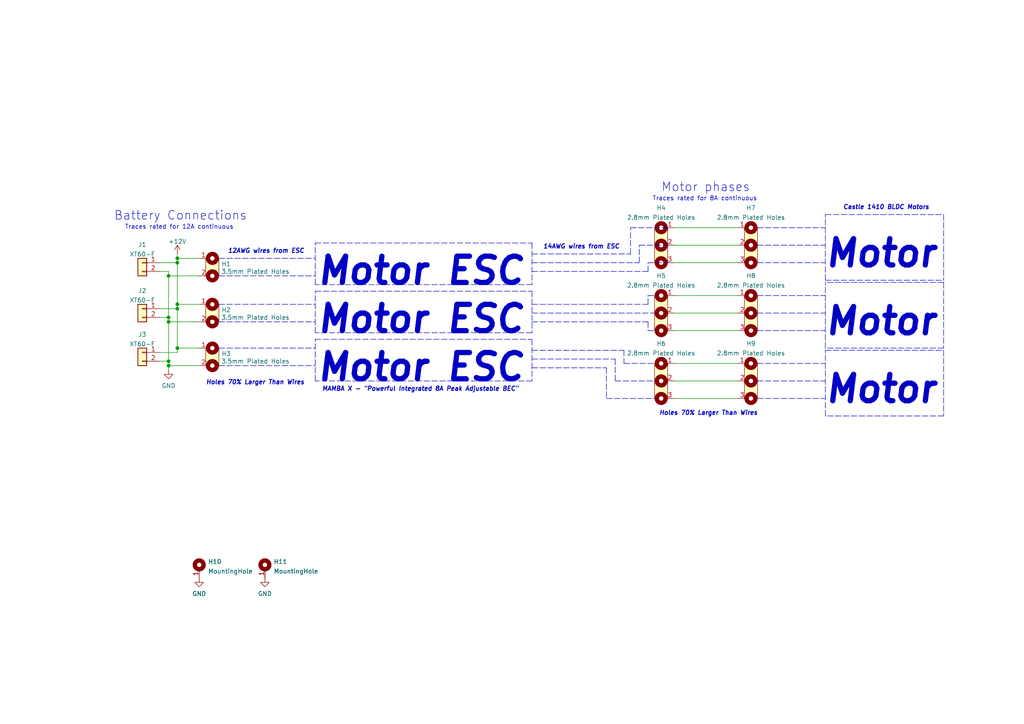
<source format=kicad_sch>
(kicad_sch (version 20211123) (generator eeschema)
  (paper "A4")
  (title_block (title "Krankenwagen ESC & Motor PCB") (date "2022-10-02") (rev "v0.0.1") (company "Missouri S&T Combot Robotics Team - Thomas Francois") (comment 1 "This reduces the points of failure by eliminating connectors that could come loose") (comment 2 "Schematic of PCB that replaces wires and bullet connectors with solderable holes") (comment 3 "The motors and their ESC's can be mounted directly to this board"))
  (lib_symbols
    (symbol "Connector_Generic:Conn_01x02" (pin_names (offset 1.016) hide)
      (property "Reference" "J" (at 0 2.54 0))
      (property "Value" "Conn_01x02" (at 0 -5.08 0))
      (symbol "Conn_01x02_1_1"
        (rectangle (start -1.27 -2.413) (end 0 -2.667) (stroke (width 0.1524)))
        (rectangle (start -1.27 0.127) (end 0 -0.127) (stroke (width 0.1524)))
        (rectangle (start -1.27 1.27) (end 1.27 -3.81) (stroke (width 0.254)) (fill (type background)))
        (pin passive line (at -5.08 0 0) (length 3.81) (name "Pin_1") (number "1"))
        (pin passive line (at -5.08 -2.54 0) (length 3.81) (name "Pin_2") (number "2"))
      )
    )
    (symbol "Mechanical:MountingHole" (pin_names (offset 1.016))
      (property "Reference" "H?" (at 2.54 0.9085 0))
      (property "Value" "MountingHole" (at 2.54 -1.8666 0))
      (symbol "MountingHole_0_1"
        (circle (center 0 0) (radius 1.27) (stroke (width 1.27)))
      )
      (symbol "MountingHole_1_1"
        (pin input line (at 0 -3.81 90) (length 2.54) (name "") (number "1"))
      )
    )
    (symbol "MountingHole_2" (pin_names (offset 1.016))
      (property "Reference" "H?" (at 2.54 0.9085 0))
      (property "Value" "MountingHole" (at 2.54 -1.8666 0))
      (symbol "MountingHole_2_0_1"
        (circle (center 0 -10.16) (radius 1.27) (stroke (width 1.27)))
        (circle (center 0 -5.08) (radius 1.27) (stroke (width 1.27)))
        (polyline (pts (xy -1.905 -5.08) (xy -1.905 -10.16) (xy 0 -8.89) (xy 1.905 -10.16) (xy 1.905 -5.08) (xy 0 -6.35) (xy -1.905 -5.08)) (stroke (width 0.1524)) (fill (type background)))
        (polyline (pts (xy 1.905 0) (xy 0 -1.27) (xy -1.905 0) (xy -1.905 -5.08) (xy 0 -3.81) (xy 1.905 -5.08) (xy 1.905 0)) (stroke (width 0.1524)) (fill (type background)))
        (circle (center 0 0) (radius 1.27) (stroke (width 1.27)))
      )
      (symbol "MountingHole_2_1_1"
        (pin input line (at -3.81 0 0) (length 2.54) (name "") (number "1"))
        (pin input line (at -3.81 -5.08 0) (length 2.54) (name "") (number "2"))
        (pin input line (at -3.81 -10.16 0) (length 2.54) (name "") (number "3"))
      )
    )
    (symbol "MountingHole_3" (pin_names (offset 1.016))
      (property "Reference" "H?" (at 0 5.7445 0))
      (property "Value" "MountingHole_3" (at 0 2.9694 0))
      (symbol "MountingHole_3_0_1"
        (circle (center 0 -5.08) (radius 1.27) (stroke (width 1.27)))
        (polyline (pts (xy 1.905 0) (xy 0 -1.27) (xy -1.905 0) (xy -1.905 -5.08) (xy 0 -3.81) (xy 1.905 -5.08) (xy 1.905 0)) (stroke (width 0.1524)) (fill (type background)))
        (circle (center 0 0) (radius 1.27) (stroke (width 1.27)))
      )
      (symbol "MountingHole_3_1_1"
        (pin input line (at -3.81 0 0) (length 2.54) (name "") (number "1"))
        (pin input line (at -3.81 -5.08 0) (length 2.54) (name "") (number "2"))
      )
    )
    (symbol "power:+12V" (power) (pin_names (offset 0))
      (property "Value" "+12V" (at 0 3.556 0))
      (symbol "+12V_0_1"
        (polyline (pts (xy -0.762 1.27) (xy 0 2.54)))
        (polyline (pts (xy 0 0) (xy 0 2.54)))
        (polyline (pts (xy 0 2.54) (xy 0.762 1.27)))
      )
      (symbol "+12V_1_1"
        (pin power_in line (at 0 0 90) (length 0) hide (name "+12V") (number "1"))
      )
    )
    (symbol "power:GND" (power) (pin_names (offset 0))
      (property "Value" "GND" (at 0 -3.81 0))
      (symbol "GND_0_1"
        (polyline (pts (xy 0 0) (xy 0 -1.27) (xy 1.27 -1.27) (xy 0 -2.54) (xy -1.27 -1.27) (xy 0 -1.27)))
      )
      (symbol "GND_1_1"
        (pin power_in line (at 0 0 270) (length 0) hide (name "GND") (number "1"))
      )
    )
  )
  (junction (at 48.895 104.775))
  (junction (at 48.895 93.345))
  (junction (at 48.895 106.045))
  (junction (at 48.895 92.075))
  (junction (at 51.435 100.965))
  (junction (at 51.435 76.2))
  (junction (at 51.435 74.93))
  (junction (at 51.435 88.265))
  (junction (at 51.435 89.535))
  (junction (at 48.895 80.01))
  (wire (pts (xy 46.355 102.235) (xy 51.435 102.235)))
  (polyline (pts (xy 219.71 115.57) (xy 239.395 115.57)))
  (wire (pts (xy 51.435 100.965) (xy 51.435 102.235)))
  (polyline (pts (xy 273.685 81.915) (xy 273.685 100.965)))
  (polyline (pts (xy 154.305 106.68) (xy 175.895 106.68)))
  (wire (pts (xy 51.435 74.93) (xy 57.785 74.93)))
  (polyline (pts (xy 154.305 88.265) (xy 187.96 88.265)))
  (wire (pts (xy 51.435 76.2) (xy 46.355 76.2)))
  (polyline (pts (xy 63.5 88.265) (xy 91.44 88.265)))
  (wire (pts (xy 195.58 110.49) (xy 213.995 110.49)))
  (wire (pts (xy 57.785 88.265) (xy 51.435 88.265)))
  (polyline (pts (xy 185.42 76.2) (xy 185.42 71.12)))
  (polyline (pts (xy 91.44 110.49) (xy 91.44 98.425)))
  (wire (pts (xy 48.895 106.045) (xy 48.895 104.775)))
  (polyline (pts (xy 63.5 80.01) (xy 91.44 80.01)))
  (polyline (pts (xy 154.305 90.805) (xy 189.865 90.805)))
  (polyline (pts (xy 187.96 78.74) (xy 187.96 76.2)))
  (polyline (pts (xy 63.5 106.045) (xy 91.44 106.045)))
  (polyline (pts (xy 187.96 85.725) (xy 189.865 85.725)))
  (polyline (pts (xy 219.71 66.04) (xy 239.395 66.04)))
  (wire (pts (xy 51.435 89.535) (xy 51.435 100.965)))
  (wire (pts (xy 48.895 80.01) (xy 48.895 78.74)))
  (wire (pts (xy 48.895 92.075) (xy 48.895 80.01)))
  (polyline (pts (xy 182.88 73.66) (xy 182.88 66.04)))
  (wire (pts (xy 48.895 78.74) (xy 46.355 78.74)))
  (polyline (pts (xy 154.305 78.74) (xy 187.96 78.74)))
  (wire (pts (xy 51.435 76.2) (xy 51.435 88.265)))
  (polyline (pts (xy 154.305 84.455) (xy 154.305 96.52)))
  (polyline (pts (xy 63.5 93.345) (xy 91.44 93.345)))
  (wire (pts (xy 48.895 93.345) (xy 57.785 93.345)))
  (polyline (pts (xy 63.5 74.93) (xy 91.44 74.93)))
  (wire (pts (xy 195.58 66.04) (xy 213.995 66.04)))
  (polyline (pts (xy 154.305 104.14) (xy 178.435 104.14)))
  (wire (pts (xy 51.435 88.265) (xy 51.435 89.535)))
  (polyline (pts (xy 154.305 96.52) (xy 91.44 96.52)))
  (polyline (pts (xy 239.395 100.965) (xy 239.395 81.915)))
  (wire (pts (xy 48.895 104.775) (xy 48.895 93.345)))
  (polyline (pts (xy 219.71 110.49) (xy 239.395 110.49)))
  (wire (pts (xy 57.785 100.965) (xy 51.435 100.965)))
  (wire (pts (xy 48.895 106.045) (xy 57.785 106.045)))
  (polyline (pts (xy 185.42 71.12) (xy 194.31 71.12)))
  (polyline (pts (xy 187.96 95.885) (xy 189.865 95.885)))
  (polyline (pts (xy 91.44 96.52) (xy 91.44 84.455)))
  (polyline (pts (xy 187.96 76.2) (xy 194.31 76.2)))
  (polyline (pts (xy 91.44 98.425) (xy 154.305 98.425)))
  (wire (pts (xy 48.895 93.345) (xy 48.895 92.075)))
  (polyline (pts (xy 178.435 104.14) (xy 178.435 110.49)))
  (wire (pts (xy 195.58 76.2) (xy 213.995 76.2)))
  (polyline (pts (xy 154.305 70.485) (xy 154.305 82.55)))
  (polyline (pts (xy 63.5 100.965) (xy 91.44 100.965)))
  (polyline (pts (xy 219.71 76.2) (xy 239.395 76.2)))
  (wire (pts (xy 48.895 80.01) (xy 57.785 80.01)))
  (polyline (pts (xy 154.305 73.66) (xy 182.88 73.66)))
  (polyline (pts (xy 178.435 110.49) (xy 189.865 110.49)))
  (polyline (pts (xy 273.685 120.65) (xy 239.395 120.65)))
  (polyline (pts (xy 154.305 98.425) (xy 154.305 110.49)))
  (wire (pts (xy 48.895 107.315) (xy 48.895 106.045)))
  (polyline (pts (xy 180.975 101.6) (xy 180.975 105.41)))
  (polyline (pts (xy 154.305 82.55) (xy 91.44 82.55)))
  (polyline (pts (xy 219.71 105.41) (xy 239.395 105.41)))
  (polyline (pts (xy 91.44 82.55) (xy 91.44 70.485)))
  (polyline (pts (xy 219.71 90.805) (xy 239.395 90.805)))
  (wire (pts (xy 195.58 85.725) (xy 213.995 85.725)))
  (wire (pts (xy 46.355 104.775) (xy 48.895 104.775)))
  (wire (pts (xy 195.58 90.805) (xy 213.995 90.805)))
  (polyline (pts (xy 219.71 71.12) (xy 239.395 71.12)))
  (polyline (pts (xy 273.685 101.6) (xy 273.685 120.65)))
  (wire (pts (xy 46.355 92.075) (xy 48.895 92.075)))
  (polyline (pts (xy 239.395 62.23) (xy 273.685 62.23)))
  (polyline (pts (xy 180.975 105.41) (xy 189.865 105.41)))
  (wire (pts (xy 51.435 74.93) (xy 51.435 76.2)))
  (wire (pts (xy 195.58 71.12) (xy 213.995 71.12)))
  (wire (pts (xy 195.58 115.57) (xy 213.995 115.57)))
  (polyline (pts (xy 154.305 110.49) (xy 91.44 110.49)))
  (polyline (pts (xy 182.88 66.04) (xy 194.31 66.04)))
  (wire (pts (xy 195.58 105.41) (xy 213.995 105.41)))
  (wire (pts (xy 46.355 89.535) (xy 51.435 89.535)))
  (polyline (pts (xy 175.895 106.68) (xy 175.895 115.57)))
  (polyline (pts (xy 154.305 101.6) (xy 180.975 101.6)))
  (polyline (pts (xy 154.305 76.2) (xy 185.42 76.2)))
  (polyline (pts (xy 175.895 115.57) (xy 189.865 115.57)))
  (polyline (pts (xy 239.395 81.28) (xy 239.395 62.23)))
  (polyline (pts (xy 91.44 70.485) (xy 154.305 70.485)))
  (polyline (pts (xy 239.395 120.65) (xy 239.395 101.6)))
  (polyline (pts (xy 273.685 62.23) (xy 273.685 81.28)))
  (polyline (pts (xy 187.96 88.265) (xy 187.96 85.725)))
  (polyline (pts (xy 273.685 81.915) (xy 239.395 81.915)))
  (polyline (pts (xy 187.96 93.345) (xy 187.96 95.885)))
  (polyline (pts (xy 219.71 85.725) (xy 239.395 85.725)))
  (polyline (pts (xy 154.305 93.345) (xy 187.96 93.345)))
  (wire (pts (xy 51.435 73.66) (xy 51.435 74.93)))
  (polyline (pts (xy 239.395 81.28) (xy 273.685 81.28)))
  (polyline (pts (xy 273.685 100.965) (xy 239.395 100.965)))
  (wire (pts (xy 195.58 95.885) (xy 213.995 95.885)))
  (polyline (pts (xy 91.44 84.455) (xy 154.305 84.455)))
  (polyline (pts (xy 239.395 101.6) (xy 273.685 101.6)))
  (polyline (pts (xy 219.71 95.885) (xy 239.395 95.885)))
  (text "Battery Connections" (at 33.02 64.135 0) (effects (font (size 2.54 2.54)) (justify left bottom)))
  (text "Castle 1410 BLDC Motors" (at 244.475 60.96 0) (effects (font (size 1.27 1.27) bold italic) (justify left bottom)))
  (text "Motor" (at 238.76 97.79 0) (effects (font (size 7.62 7.62) (thickness 1.524) bold italic) (justify left bottom)))
  (text "Motor phases" (at 191.77 55.88 0) (effects (font (size 2.54 2.54)) (justify left bottom)))
  (text "Motor ESC" (at 91.44 83.185 0) (effects (font (size 7.62 7.62) (thickness 1.524) bold italic) (justify left bottom)))
  (text "12AWG wires from ESC" (at 66.04 73.66 0) (effects (font (size 1.27 1.27) bold italic) (justify left bottom)))
  (text "Holes 70% Larger Than Wires" (at 191.135 120.65 0) (effects (font (size 1.27 1.27) bold italic) (justify left bottom)))
  (text "Motor" (at 238.76 117.475 0) (effects (font (size 7.62 7.62) (thickness 1.524) bold italic) (justify left bottom)))
  (text "MAMBA X - \"Powerful Integrated 8A Peak Adjustable BEC\"" (at 93.345 113.665 0) (effects (font (size 1.27 1.27) bold italic) (justify left bottom)))
  (text "Motor" (at 238.76 78.105 0) (effects (font (size 7.62 7.62) (thickness 1.524) bold italic) (justify left bottom)))
  (text "Motor ESC" (at 91.44 97.155 0) (effects (font (size 7.62 7.62) (thickness 1.524) bold italic) (justify left bottom)))
  (text "Traces rated for 12A continuous" (at 36.195 66.675 0) (effects (font (size 1.27 1.27)) (justify left bottom)))
  (text "Traces rated for 8A continuous" (at 189.23 58.42 0) (effects (font (size 1.27 1.27)) (justify left bottom)))
  (text "Holes 70% Larger Than Wires" (at 59.69 111.76 0) (effects (font (size 1.27 1.27) bold italic) (justify left bottom)))
  (text "Motor ESC" (at 91.44 111.125 0) (effects (font (size 7.62 7.62) (thickness 1.524) bold italic) (justify left bottom)))
  (text "14AWG wires from ESC" (at 157.48 72.39 0) (effects (font (size 1.27 1.27) bold italic) (justify left bottom)))
  (symbol (lib_name "MountingHole_3") (lib_id "Mechanical:MountingHole") (at 61.595 100.965 0) (unit 1)
    (property "Reference" "H3" (at 64.2112 102.5965 0) (effects (justify left)))
    (property "Value" "3.5mm Plated Holes" (at 64.135 104.775 0) (effects (justify left)))
    (property "Footprint" "Solder_Holes:3.5mm Solder Hole x2" (effects hide))
  )
  (symbol (lib_id "Connector_Generic:Conn_01x02") (at 41.275 76.2 0) (mirror y) (unit 1)
    (property "Reference" "J1" (at 41.275 70.9635 0))
    (property "Value" "XT60-F" (at 41.275 73.7386 0))
    (property "Footprint" "XT_Connectors:AMASS_XT60-F_1x02_P7.20mm_Vertical" (effects hide))
  )
  (symbol (lib_name "MountingHole_2") (lib_id "Mechanical:MountingHole") (at 191.77 66.04 0) (mirror y) (unit 1)
    (property "Reference" "H4" (at 191.77 60.2955 0))
    (property "Value" "2.8mm Plated Holes" (at 191.77 63.0706 0))
    (property "Footprint" "Solder_Holes:2.8mm Solder Hole x3" (effects hide))
  )
  (symbol (lib_id "power:GND") (at 57.785 167.64 0) (unit 1)
    (property "Reference" "#PWR03" (effects hide))
    (property "Value" "GND" (at 57.785 172.2025 0))
  )
  (symbol (lib_id "Connector_Generic:Conn_01x02") (at 41.275 102.235 0) (mirror y) (unit 1)
    (property "Reference" "J3" (at 41.275 96.9985 0))
    (property "Value" "XT60-F" (at 41.275 99.7736 0))
    (property "Footprint" "XT_Connectors:AMASS_XT60-F_1x02_P7.20mm_Vertical" (effects hide))
  )
  (symbol (lib_id "power:GND") (at 76.835 167.64 0) (unit 1)
    (property "Reference" "#PWR04" (effects hide))
    (property "Value" "GND" (at 76.835 172.2025 0))
  )
  (symbol (lib_name "MountingHole_2") (lib_id "Mechanical:MountingHole") (at 191.77 105.41 0) (mirror y) (unit 1)
    (property "Reference" "H6" (at 191.77 99.6655 0))
    (property "Value" "2.8mm Plated Holes" (at 191.77 102.4406 0))
    (property "Footprint" "Solder_Holes:2.8mm Solder Hole x3" (effects hide))
  )
  (symbol (lib_id "Mechanical:MountingHole") (at 76.835 163.83 0) (unit 1)
    (property "Reference" "H11" (at 79.375 162.9215 0) (effects (justify left)))
    (property "Value" "MountingHole" (at 79.375 165.6966 0) (effects (justify left)))
    (property "Footprint" "MountingHole:MountingHole_6.5mm_Pad" (effects hide))
  )
  (symbol (lib_name "MountingHole_2") (lib_id "Mechanical:MountingHole") (at 191.77 85.725 0) (mirror y) (unit 1)
    (property "Reference" "H5" (at 191.77 79.9805 0))
    (property "Value" "2.8mm Plated Holes" (at 191.77 82.7556 0))
    (property "Footprint" "Solder_Holes:2.8mm Solder Hole x3" (effects hide))
  )
  (symbol (lib_name "MountingHole_2") (lib_id "Mechanical:MountingHole") (at 217.805 66.04 0) (unit 1)
    (property "Reference" "H7" (at 217.805 60.2955 0))
    (property "Value" "2.8mm Plated Holes" (at 217.805 63.0706 0))
    (property "Footprint" "Solder_Holes:2.8mm Solder Hole x3" (effects hide))
  )
  (symbol (lib_name "MountingHole_2") (lib_id "Mechanical:MountingHole") (at 217.805 105.41 0) (unit 1)
    (property "Reference" "H9" (at 217.805 99.6655 0))
    (property "Value" "2.8mm Plated Holes" (at 217.805 102.4406 0))
    (property "Footprint" "Solder_Holes:2.8mm Solder Hole x3" (effects hide))
  )
  (symbol (lib_name "MountingHole_3") (lib_id "Mechanical:MountingHole") (at 61.595 88.265 0) (unit 1)
    (property "Reference" "H2" (at 64.2112 89.8965 0) (effects (justify left)))
    (property "Value" "3.5mm Plated Holes" (at 64.135 92.075 0) (effects (justify left)))
    (property "Footprint" "Solder_Holes:3.5mm Solder Hole x2" (effects hide))
  )
  (symbol (lib_id "Mechanical:MountingHole") (at 57.785 163.83 0) (unit 1)
    (property "Reference" "H10" (at 60.325 162.9215 0) (effects (justify left)))
    (property "Value" "MountingHole" (at 60.325 165.6966 0) (effects (justify left)))
    (property "Footprint" "MountingHole:MountingHole_6.5mm_Pad" (effects hide))
  )
  (symbol (lib_id "Connector_Generic:Conn_01x02") (at 41.275 89.535 0) (mirror y) (unit 1)
    (property "Reference" "J2" (at 41.275 84.2985 0))
    (property "Value" "XT60-F" (at 41.275 87.0736 0))
    (property "Footprint" "XT_Connectors:AMASS_XT60-F_1x02_P7.20mm_Vertical" (effects hide))
  )
  (symbol (lib_name "MountingHole_3") (lib_id "Mechanical:MountingHole") (at 61.595 74.93 0) (unit 1)
    (property "Reference" "H1" (at 64.2112 76.5615 0) (effects (justify left)))
    (property "Value" "3.5mm Plated Holes" (at 64.135 78.74 0) (effects (justify left)))
    (property "Footprint" "Solder_Holes:3.5mm Solder Hole x2" (effects hide))
  )
  (symbol (lib_id "power:GND") (at 48.895 107.315 0) (unit 1)
    (property "Reference" "#PWR01" (effects hide))
    (property "Value" "GND" (at 48.895 111.8775 0))
  )
  (symbol (lib_name "MountingHole_2") (lib_id "Mechanical:MountingHole") (at 217.805 85.725 0) (unit 1)
    (property "Reference" "H8" (at 217.805 79.9805 0))
    (property "Value" "2.8mm Plated Holes" (at 217.805 82.7556 0))
    (property "Footprint" "Solder_Holes:2.8mm Solder Hole x3" (effects hide))
  )
  (symbol (lib_id "power:+12V") (at 51.435 73.66 0) (unit 1)
    (property "Reference" "#PWR02" (effects hide))
    (property "Value" "+12V" (at 51.435 70.0555 0))
  )
)
</source>
